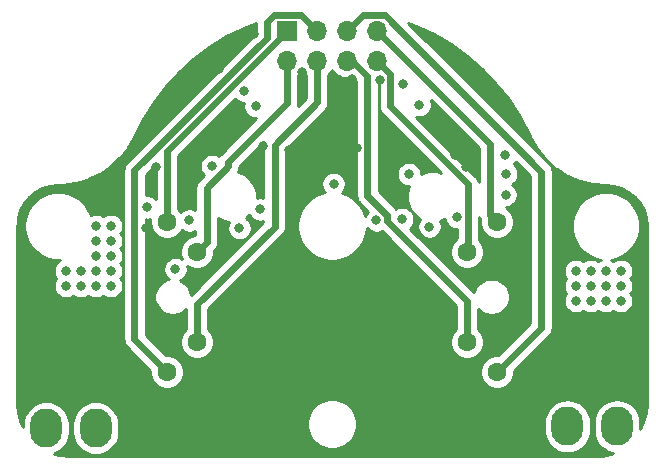
<source format=gbr>
%TF.GenerationSoftware,KiCad,Pcbnew,(5.1.9)-1*%
%TF.CreationDate,2021-11-07T13:18:06-07:00*%
%TF.ProjectId,dual_needle_gauge,6475616c-5f6e-4656-9564-6c655f676175,rev?*%
%TF.SameCoordinates,Original*%
%TF.FileFunction,Copper,L4,Bot*%
%TF.FilePolarity,Positive*%
%FSLAX46Y46*%
G04 Gerber Fmt 4.6, Leading zero omitted, Abs format (unit mm)*
G04 Created by KiCad (PCBNEW (5.1.9)-1) date 2021-11-07 13:18:06*
%MOMM*%
%LPD*%
G01*
G04 APERTURE LIST*
%TA.AperFunction,ComponentPad*%
%ADD10C,1.600000*%
%TD*%
%TA.AperFunction,ComponentPad*%
%ADD11O,2.700000X3.300000*%
%TD*%
%TA.AperFunction,ComponentPad*%
%ADD12O,1.700000X1.700000*%
%TD*%
%TA.AperFunction,ComponentPad*%
%ADD13R,1.700000X1.700000*%
%TD*%
%TA.AperFunction,ViaPad*%
%ADD14C,0.800000*%
%TD*%
%TA.AperFunction,Conductor*%
%ADD15C,0.609600*%
%TD*%
%TA.AperFunction,Conductor*%
%ADD16C,0.254000*%
%TD*%
%TA.AperFunction,Conductor*%
%ADD17C,0.100000*%
%TD*%
G04 APERTURE END LIST*
D10*
%TO.P,M1,8*%
%TO.N,/COIL8*%
X193630417Y-128559283D03*
%TO.P,M1,7*%
%TO.N,/COIL7*%
X193630417Y-120939283D03*
%TO.P,M1,6*%
%TO.N,/COIL6*%
X170770417Y-128559283D03*
%TO.P,M1,5*%
%TO.N,/COIL5*%
X170770417Y-120939283D03*
%TO.P,M1,4*%
%TO.N,/COIL4*%
X196170417Y-131099283D03*
%TO.P,M1,3*%
%TO.N,/COIL3*%
X196170417Y-118399283D03*
%TO.P,M1,2*%
%TO.N,/COIL2*%
X168230417Y-131099283D03*
%TO.P,M1,1*%
%TO.N,/COIL1*%
X168221841Y-118392866D03*
%TD*%
D11*
%TO.P,J3,4*%
%TO.N,/DOUT*%
X202121841Y-135709831D03*
%TO.P,J3,3*%
%TO.N,/LEDGND*%
X206321841Y-135709831D03*
%TO.P,J3,2*%
%TO.N,/LED+5V*%
X202121841Y-130209831D03*
%TO.P,J3,1*%
%TA.AperFunction,ComponentPad*%
G36*
G01*
X207671841Y-128809832D02*
X207671841Y-131609830D01*
G75*
G02*
X207421840Y-131859831I-250001J0D01*
G01*
X205221842Y-131859831D01*
G75*
G02*
X204971841Y-131609830I0J250001D01*
G01*
X204971841Y-128809832D01*
G75*
G02*
X205221842Y-128559831I250001J0D01*
G01*
X207421840Y-128559831D01*
G75*
G02*
X207671841Y-128809832I0J-250001D01*
G01*
G37*
%TD.AperFunction*%
%TD*%
%TO.P,J1,4*%
%TO.N,/DIN*%
X157989341Y-135863176D03*
%TO.P,J1,3*%
%TO.N,/LEDGND*%
X162189341Y-135863176D03*
%TO.P,J1,2*%
%TO.N,/LED+5V*%
X157989341Y-130363176D03*
%TO.P,J1,1*%
%TA.AperFunction,ComponentPad*%
G36*
G01*
X163539341Y-128963177D02*
X163539341Y-131763175D01*
G75*
G02*
X163289340Y-132013176I-250001J0D01*
G01*
X161089342Y-132013176D01*
G75*
G02*
X160839341Y-131763175I0J250001D01*
G01*
X160839341Y-128963177D01*
G75*
G02*
X161089342Y-128713176I250001J0D01*
G01*
X163289340Y-128713176D01*
G75*
G02*
X163539341Y-128963177I0J-250001D01*
G01*
G37*
%TD.AperFunction*%
%TD*%
D12*
%TO.P,J2,8*%
%TO.N,/COIL7*%
X186001841Y-104773176D03*
%TO.P,J2,7*%
%TO.N,/COIL3*%
X186001841Y-102233176D03*
%TO.P,J2,6*%
%TO.N,/COIL8*%
X183461841Y-104773176D03*
%TO.P,J2,5*%
%TO.N,/COIL4*%
X183461841Y-102233176D03*
%TO.P,J2,4*%
%TO.N,/COIL6*%
X180921841Y-104773176D03*
%TO.P,J2,3*%
%TO.N,/COIL2*%
X180921841Y-102233176D03*
%TO.P,J2,2*%
%TO.N,/COIL5*%
X178381841Y-104773176D03*
D13*
%TO.P,J2,1*%
%TO.N,/COIL1*%
X178381841Y-102233176D03*
%TD*%
D14*
%TO.N,/LED+5V*%
X179296841Y-113954676D03*
X186593596Y-112665021D03*
X187601436Y-112303671D03*
X193218386Y-112091321D03*
X192564336Y-112745371D03*
X172019141Y-122426176D03*
X174883946Y-122964971D03*
X179157496Y-122793521D03*
X181460452Y-123348065D03*
X184461736Y-122435471D03*
X186760296Y-122848821D03*
X189236085Y-122714020D03*
X190867251Y-124202866D03*
X195023133Y-122244084D03*
X182364246Y-106315271D03*
X186212346Y-106353371D03*
X183861536Y-106303171D03*
X176600436Y-122359271D03*
X178511698Y-112314119D03*
X179159398Y-112961819D03*
X166431141Y-118920976D03*
X167764641Y-109992876D03*
X175575141Y-102474476D03*
X176305036Y-111954671D03*
X167317031Y-113790176D03*
X184284231Y-112141472D03*
X193520534Y-113742774D03*
X193037641Y-104506476D03*
X179626441Y-105725676D03*
X172590641Y-105471676D03*
X184490186Y-130439521D03*
X182327996Y-130164021D03*
X179883386Y-130506321D03*
X176756841Y-130413876D03*
X178078351Y-131822866D03*
X186976796Y-130442821D03*
X188781865Y-130159200D03*
X171909992Y-111485264D03*
%TO.N,/LEDGND*%
X182318841Y-115174476D03*
X185951041Y-118273276D03*
X188122741Y-118171676D03*
X190434141Y-118806676D03*
X192783641Y-117993876D03*
X170088741Y-118273276D03*
X168933041Y-122400776D03*
X188706941Y-114348976D03*
X196885741Y-116114276D03*
X196936541Y-114336276D03*
X196834941Y-112774176D03*
X189583241Y-108506976D03*
X175714841Y-108595876D03*
X174698841Y-107287776D03*
X188160841Y-106767076D03*
X163459341Y-118743176D03*
X163459341Y-120013176D03*
X163459341Y-121283176D03*
X163459341Y-122553176D03*
X163459341Y-123823176D03*
X162189341Y-123823176D03*
X162189341Y-122553176D03*
X162189341Y-121283176D03*
X162189341Y-120013176D03*
X162189341Y-118743176D03*
X160919341Y-123823176D03*
X159649341Y-123823176D03*
X159649341Y-122553176D03*
X160919341Y-122553176D03*
X202829341Y-122553176D03*
X204099341Y-122553176D03*
X205369341Y-122553176D03*
X206639341Y-122553176D03*
X206639341Y-123823176D03*
X205369341Y-123823176D03*
X204099341Y-123823176D03*
X202829341Y-123823176D03*
X174355941Y-118933676D03*
X176108541Y-117346176D03*
X166532741Y-117168376D03*
X202829341Y-125093176D03*
X204099341Y-125093176D03*
X205369341Y-125093176D03*
X206639341Y-125093176D03*
X172034856Y-113683149D03*
%TD*%
D15*
%TO.N,/COIL4*%
X186652146Y-100878375D02*
X199921041Y-114147270D01*
X184816642Y-100878375D02*
X186652146Y-100878375D01*
X183461841Y-102233176D02*
X184816642Y-100878375D01*
X199921041Y-127348659D02*
X196170417Y-131099283D01*
X199921041Y-114147270D02*
X199921041Y-127348659D01*
%TO.N,/COIL3*%
X186001841Y-102233176D02*
X195552241Y-111783576D01*
X195552241Y-117781107D02*
X196170417Y-118399283D01*
X195552241Y-111783576D02*
X195552241Y-117781107D01*
%TO.N,/COIL2*%
X180921841Y-102233176D02*
X179539645Y-100850980D01*
X176705441Y-101471176D02*
X176705441Y-102797108D01*
X179539645Y-100850980D02*
X177409972Y-100850980D01*
X177409972Y-100850980D02*
X177293641Y-100882976D01*
X176705441Y-102797108D02*
X165465941Y-114036608D01*
X165465941Y-114036608D02*
X165465941Y-128334807D01*
X177293641Y-100882976D02*
X176705441Y-101471176D01*
X165465941Y-128334807D02*
X168230417Y-131099283D01*
%TO.N,/COIL1*%
X168221841Y-112425670D02*
X168221841Y-118392866D01*
X178381841Y-102265670D02*
X168221841Y-112425670D01*
X178381841Y-102233176D02*
X178381841Y-102265670D01*
%TO.N,/COIL5*%
X171570416Y-120139284D02*
X170770417Y-120939283D01*
X173393842Y-113691081D02*
X171570416Y-115514507D01*
X173393842Y-113360881D02*
X173393842Y-113691081D01*
X178381841Y-108372882D02*
X173393842Y-113360881D01*
X171570416Y-115514507D02*
X171570416Y-120139284D01*
X178381841Y-104773176D02*
X178381841Y-108372882D01*
%TO.N,/COIL6*%
X170770417Y-125376700D02*
X170770417Y-128559283D01*
X177327741Y-118819376D02*
X170770417Y-125376700D01*
X177327741Y-111885176D02*
X177327741Y-118819376D01*
X180921841Y-108291076D02*
X177327741Y-111885176D01*
X180921841Y-104773176D02*
X180921841Y-108291076D01*
%TO.N,/COIL7*%
X186001841Y-104773176D02*
X187119441Y-105890776D01*
X187119441Y-105890776D02*
X187119441Y-108621276D01*
X193688442Y-115190277D02*
X193688442Y-120881258D01*
X187119441Y-108621276D02*
X193688442Y-115190277D01*
X193688442Y-120881258D02*
X193630417Y-120939283D01*
%TO.N,/COIL8*%
X183461841Y-104773176D02*
X183880941Y-104773176D01*
X183880941Y-104773176D02*
X185189041Y-106081276D01*
X186855842Y-117838971D02*
X186855842Y-118352577D01*
X185189041Y-116172170D02*
X186855842Y-117838971D01*
X185189041Y-106081276D02*
X185189041Y-116172170D01*
X193630417Y-125127152D02*
X193630417Y-128559283D01*
X186855842Y-118352577D02*
X193630417Y-125127152D01*
%TD*%
D16*
%TO.N,/LED+5V*%
X175765642Y-102407829D02*
X164834056Y-113339417D01*
X164798187Y-113368854D01*
X164680745Y-113511957D01*
X164593478Y-113675223D01*
X164539739Y-113852376D01*
X164526141Y-113990442D01*
X164526141Y-113990451D01*
X164521595Y-114036608D01*
X164526141Y-114082765D01*
X164526142Y-128288640D01*
X164521595Y-128334807D01*
X164539740Y-128519040D01*
X164593479Y-128696193D01*
X164680745Y-128859458D01*
X164730981Y-128920669D01*
X164798188Y-129002561D01*
X164834051Y-129031993D01*
X166795417Y-130993360D01*
X166795417Y-131240618D01*
X166850564Y-131517857D01*
X166958737Y-131779010D01*
X167115780Y-132014042D01*
X167315658Y-132213920D01*
X167550690Y-132370963D01*
X167811843Y-132479136D01*
X168089082Y-132534283D01*
X168371752Y-132534283D01*
X168648991Y-132479136D01*
X168910144Y-132370963D01*
X169145176Y-132213920D01*
X169345054Y-132014042D01*
X169502097Y-131779010D01*
X169610270Y-131517857D01*
X169665417Y-131240618D01*
X169665417Y-130957948D01*
X169610270Y-130680709D01*
X169502097Y-130419556D01*
X169345054Y-130184524D01*
X169145176Y-129984646D01*
X168910144Y-129827603D01*
X168648991Y-129719430D01*
X168371752Y-129664283D01*
X168124494Y-129664283D01*
X166405741Y-127945531D01*
X166405741Y-118198391D01*
X166430802Y-118203376D01*
X166634680Y-118203376D01*
X166803083Y-118169879D01*
X166786841Y-118251531D01*
X166786841Y-118534201D01*
X166841988Y-118811440D01*
X166950161Y-119072593D01*
X167107204Y-119307625D01*
X167307082Y-119507503D01*
X167542114Y-119664546D01*
X167803267Y-119772719D01*
X168080506Y-119827866D01*
X168363176Y-119827866D01*
X168640415Y-119772719D01*
X168901568Y-119664546D01*
X169136600Y-119507503D01*
X169336478Y-119307625D01*
X169471462Y-119105607D01*
X169598485Y-119190481D01*
X169786843Y-119268502D01*
X169986802Y-119308276D01*
X170190680Y-119308276D01*
X170390639Y-119268502D01*
X170578997Y-119190481D01*
X170630617Y-119155990D01*
X170630617Y-119504283D01*
X170629082Y-119504283D01*
X170351843Y-119559430D01*
X170090690Y-119667603D01*
X169855658Y-119824646D01*
X169655780Y-120024524D01*
X169498737Y-120259556D01*
X169390564Y-120520709D01*
X169335417Y-120797948D01*
X169335417Y-121080618D01*
X169390564Y-121357857D01*
X169450037Y-121501438D01*
X169423297Y-121483571D01*
X169234939Y-121405550D01*
X169034980Y-121365776D01*
X168831102Y-121365776D01*
X168631143Y-121405550D01*
X168442785Y-121483571D01*
X168273267Y-121596839D01*
X168129104Y-121741002D01*
X168015836Y-121910520D01*
X167937815Y-122098878D01*
X167898041Y-122298837D01*
X167898041Y-122502715D01*
X167937815Y-122702674D01*
X168015836Y-122891032D01*
X168129104Y-123060550D01*
X168273267Y-123204713D01*
X168349776Y-123255834D01*
X168244098Y-123276855D01*
X167964746Y-123392567D01*
X167713336Y-123560554D01*
X167499529Y-123774361D01*
X167331542Y-124025771D01*
X167215830Y-124305123D01*
X167156841Y-124601682D01*
X167156841Y-124904050D01*
X167215830Y-125200609D01*
X167331542Y-125479961D01*
X167499529Y-125731371D01*
X167713336Y-125945178D01*
X167964746Y-126113165D01*
X168244098Y-126228877D01*
X168540657Y-126287866D01*
X168843025Y-126287866D01*
X169139584Y-126228877D01*
X169418936Y-126113165D01*
X169670346Y-125945178D01*
X169830617Y-125784907D01*
X169830618Y-127469686D01*
X169655780Y-127644524D01*
X169498737Y-127879556D01*
X169390564Y-128140709D01*
X169335417Y-128417948D01*
X169335417Y-128700618D01*
X169390564Y-128977857D01*
X169498737Y-129239010D01*
X169655780Y-129474042D01*
X169855658Y-129673920D01*
X170090690Y-129830963D01*
X170351843Y-129939136D01*
X170629082Y-129994283D01*
X170911752Y-129994283D01*
X171188991Y-129939136D01*
X171450144Y-129830963D01*
X171685176Y-129673920D01*
X171885054Y-129474042D01*
X172042097Y-129239010D01*
X172150270Y-128977857D01*
X172205417Y-128700618D01*
X172205417Y-128417948D01*
X172150270Y-128140709D01*
X172042097Y-127879556D01*
X171885054Y-127644524D01*
X171710217Y-127469687D01*
X171710217Y-125765976D01*
X177959637Y-119516558D01*
X177995495Y-119487130D01*
X178032450Y-119442101D01*
X178112937Y-119344027D01*
X178200204Y-119180762D01*
X178253943Y-119003609D01*
X178272088Y-118819376D01*
X178267541Y-118773209D01*
X178267541Y-112274452D01*
X181553731Y-108988263D01*
X181589595Y-108958830D01*
X181658660Y-108874674D01*
X181707037Y-108815728D01*
X181794304Y-108652462D01*
X181818141Y-108573882D01*
X181848043Y-108475309D01*
X181861641Y-108337243D01*
X181861641Y-108337233D01*
X181866187Y-108291076D01*
X181861641Y-108244919D01*
X181861641Y-105931216D01*
X181868473Y-105926651D01*
X182075316Y-105719808D01*
X182191841Y-105545416D01*
X182308366Y-105719808D01*
X182515209Y-105926651D01*
X182758430Y-106089166D01*
X183028683Y-106201108D01*
X183315581Y-106258176D01*
X183608101Y-106258176D01*
X183894999Y-106201108D01*
X183954960Y-106176272D01*
X184249241Y-106470554D01*
X184249242Y-116126003D01*
X184244695Y-116172170D01*
X184262840Y-116356403D01*
X184316579Y-116533556D01*
X184403845Y-116696821D01*
X184450089Y-116753168D01*
X184521288Y-116839924D01*
X184557151Y-116869356D01*
X185224200Y-117536406D01*
X185147104Y-117613502D01*
X185033836Y-117783020D01*
X185000387Y-117863772D01*
X184792804Y-117362622D01*
X184471604Y-116881913D01*
X184062794Y-116473103D01*
X183582085Y-116151903D01*
X183047949Y-115930657D01*
X183029951Y-115927077D01*
X183122778Y-115834250D01*
X183236046Y-115664732D01*
X183314067Y-115476374D01*
X183353841Y-115276415D01*
X183353841Y-115072537D01*
X183314067Y-114872578D01*
X183236046Y-114684220D01*
X183122778Y-114514702D01*
X182978615Y-114370539D01*
X182809097Y-114257271D01*
X182620739Y-114179250D01*
X182420780Y-114139476D01*
X182216902Y-114139476D01*
X182016943Y-114179250D01*
X181828585Y-114257271D01*
X181659067Y-114370539D01*
X181514904Y-114514702D01*
X181401636Y-114684220D01*
X181323615Y-114872578D01*
X181283841Y-115072537D01*
X181283841Y-115276415D01*
X181323615Y-115476374D01*
X181401636Y-115664732D01*
X181514904Y-115834250D01*
X181565589Y-115884935D01*
X181335733Y-115930657D01*
X180801597Y-116151903D01*
X180320888Y-116473103D01*
X179912078Y-116881913D01*
X179590878Y-117362622D01*
X179369632Y-117896758D01*
X179256841Y-118463794D01*
X179256841Y-119041938D01*
X179369632Y-119608974D01*
X179590878Y-120143110D01*
X179912078Y-120623819D01*
X180320888Y-121032629D01*
X180801597Y-121353829D01*
X181335733Y-121575075D01*
X181902769Y-121687866D01*
X182480913Y-121687866D01*
X183047949Y-121575075D01*
X183582085Y-121353829D01*
X184062794Y-121032629D01*
X184471604Y-120623819D01*
X184792804Y-120143110D01*
X185014050Y-119608974D01*
X185126841Y-119041938D01*
X185126841Y-118902724D01*
X185147104Y-118933050D01*
X185291267Y-119077213D01*
X185460785Y-119190481D01*
X185649143Y-119268502D01*
X185849102Y-119308276D01*
X186052980Y-119308276D01*
X186252939Y-119268502D01*
X186387114Y-119212925D01*
X192690617Y-125516430D01*
X192690618Y-127469686D01*
X192515780Y-127644524D01*
X192358737Y-127879556D01*
X192250564Y-128140709D01*
X192195417Y-128417948D01*
X192195417Y-128700618D01*
X192250564Y-128977857D01*
X192358737Y-129239010D01*
X192515780Y-129474042D01*
X192715658Y-129673920D01*
X192950690Y-129830963D01*
X193211843Y-129939136D01*
X193489082Y-129994283D01*
X193771752Y-129994283D01*
X194048991Y-129939136D01*
X194310144Y-129830963D01*
X194545176Y-129673920D01*
X194745054Y-129474042D01*
X194902097Y-129239010D01*
X195010270Y-128977857D01*
X195065417Y-128700618D01*
X195065417Y-128417948D01*
X195010270Y-128140709D01*
X194902097Y-127879556D01*
X194745054Y-127644524D01*
X194570217Y-127469687D01*
X194570217Y-125802059D01*
X194713336Y-125945178D01*
X194964746Y-126113165D01*
X195244098Y-126228877D01*
X195540657Y-126287866D01*
X195843025Y-126287866D01*
X196139584Y-126228877D01*
X196418936Y-126113165D01*
X196670346Y-125945178D01*
X196884153Y-125731371D01*
X197052140Y-125479961D01*
X197167852Y-125200609D01*
X197226841Y-124904050D01*
X197226841Y-124601682D01*
X197167852Y-124305123D01*
X197052140Y-124025771D01*
X196884153Y-123774361D01*
X196670346Y-123560554D01*
X196418936Y-123392567D01*
X196139584Y-123276855D01*
X195843025Y-123217866D01*
X195540657Y-123217866D01*
X195244098Y-123276855D01*
X194964746Y-123392567D01*
X194713336Y-123560554D01*
X194499529Y-123774361D01*
X194331542Y-124025771D01*
X194215830Y-124305123D01*
X194202829Y-124370486D01*
X188795235Y-118962893D01*
X188926678Y-118831450D01*
X189039946Y-118661932D01*
X189117967Y-118473574D01*
X189157741Y-118273615D01*
X189157741Y-118069737D01*
X189117967Y-117869778D01*
X189039946Y-117681420D01*
X188926678Y-117511902D01*
X188782515Y-117367739D01*
X188612997Y-117254471D01*
X188424639Y-117176450D01*
X188224680Y-117136676D01*
X188020802Y-117136676D01*
X187820843Y-117176450D01*
X187632485Y-117254471D01*
X187606287Y-117271976D01*
X187553026Y-117207077D01*
X187553024Y-117207075D01*
X187523596Y-117171217D01*
X187487738Y-117141789D01*
X186128841Y-115782894D01*
X186128841Y-106258176D01*
X186148101Y-106258176D01*
X186156160Y-106256573D01*
X186179641Y-106280054D01*
X186179642Y-108575109D01*
X186175095Y-108621276D01*
X186193240Y-108805509D01*
X186246979Y-108982662D01*
X186334245Y-109145927D01*
X186377311Y-109198402D01*
X186451688Y-109289030D01*
X186487551Y-109318462D01*
X191431612Y-114262524D01*
X191304597Y-114209913D01*
X190892120Y-114127866D01*
X190471562Y-114127866D01*
X190059085Y-114209913D01*
X189741941Y-114341278D01*
X189741941Y-114247037D01*
X189702167Y-114047078D01*
X189624146Y-113858720D01*
X189510878Y-113689202D01*
X189366715Y-113545039D01*
X189197197Y-113431771D01*
X189008839Y-113353750D01*
X188808880Y-113313976D01*
X188605002Y-113313976D01*
X188405043Y-113353750D01*
X188216685Y-113431771D01*
X188047167Y-113545039D01*
X187903004Y-113689202D01*
X187789736Y-113858720D01*
X187711715Y-114047078D01*
X187671941Y-114247037D01*
X187671941Y-114450915D01*
X187711715Y-114650874D01*
X187789736Y-114839232D01*
X187903004Y-115008750D01*
X188047167Y-115152913D01*
X188216685Y-115266181D01*
X188405043Y-115344202D01*
X188605002Y-115383976D01*
X188734982Y-115383976D01*
X188628888Y-115640110D01*
X188546841Y-116052587D01*
X188546841Y-116473145D01*
X188628888Y-116885622D01*
X188789829Y-117274168D01*
X189023478Y-117623849D01*
X189320858Y-117921229D01*
X189641579Y-118135527D01*
X189630204Y-118146902D01*
X189516936Y-118316420D01*
X189438915Y-118504778D01*
X189399141Y-118704737D01*
X189399141Y-118908615D01*
X189438915Y-119108574D01*
X189516936Y-119296932D01*
X189630204Y-119466450D01*
X189774367Y-119610613D01*
X189943885Y-119723881D01*
X190132243Y-119801902D01*
X190332202Y-119841676D01*
X190536080Y-119841676D01*
X190736039Y-119801902D01*
X190924397Y-119723881D01*
X191093915Y-119610613D01*
X191238078Y-119466450D01*
X191351346Y-119296932D01*
X191429367Y-119108574D01*
X191469141Y-118908615D01*
X191469141Y-118704737D01*
X191429367Y-118504778D01*
X191351346Y-118316420D01*
X191340898Y-118300783D01*
X191693143Y-118154878D01*
X191752500Y-118115217D01*
X191788415Y-118295774D01*
X191866436Y-118484132D01*
X191979704Y-118653650D01*
X192123867Y-118797813D01*
X192293385Y-118911081D01*
X192481743Y-118989102D01*
X192681702Y-119028876D01*
X192748643Y-119028876D01*
X192748643Y-119802606D01*
X192715658Y-119824646D01*
X192515780Y-120024524D01*
X192358737Y-120259556D01*
X192250564Y-120520709D01*
X192195417Y-120797948D01*
X192195417Y-121080618D01*
X192250564Y-121357857D01*
X192358737Y-121619010D01*
X192515780Y-121854042D01*
X192715658Y-122053920D01*
X192950690Y-122210963D01*
X193211843Y-122319136D01*
X193489082Y-122374283D01*
X193771752Y-122374283D01*
X194048991Y-122319136D01*
X194310144Y-122210963D01*
X194545176Y-122053920D01*
X194745054Y-121854042D01*
X194902097Y-121619010D01*
X195010270Y-121357857D01*
X195065417Y-121080618D01*
X195065417Y-120797948D01*
X195010270Y-120520709D01*
X194902097Y-120259556D01*
X194745054Y-120024524D01*
X194628242Y-119907712D01*
X194628242Y-117972599D01*
X194679779Y-118142493D01*
X194737064Y-118249667D01*
X194735417Y-118257948D01*
X194735417Y-118540618D01*
X194790564Y-118817857D01*
X194898737Y-119079010D01*
X195055780Y-119314042D01*
X195255658Y-119513920D01*
X195490690Y-119670963D01*
X195751843Y-119779136D01*
X196029082Y-119834283D01*
X196311752Y-119834283D01*
X196588991Y-119779136D01*
X196850144Y-119670963D01*
X197085176Y-119513920D01*
X197285054Y-119314042D01*
X197442097Y-119079010D01*
X197550270Y-118817857D01*
X197605417Y-118540618D01*
X197605417Y-118257948D01*
X197550270Y-117980709D01*
X197442097Y-117719556D01*
X197285054Y-117484524D01*
X197085176Y-117284646D01*
X196882580Y-117149276D01*
X196987680Y-117149276D01*
X197187639Y-117109502D01*
X197375997Y-117031481D01*
X197545515Y-116918213D01*
X197689678Y-116774050D01*
X197802946Y-116604532D01*
X197880967Y-116416174D01*
X197920741Y-116216215D01*
X197920741Y-116012337D01*
X197880967Y-115812378D01*
X197802946Y-115624020D01*
X197689678Y-115454502D01*
X197545515Y-115310339D01*
X197443609Y-115242248D01*
X197596315Y-115140213D01*
X197740478Y-114996050D01*
X197853746Y-114826532D01*
X197931767Y-114638174D01*
X197971541Y-114438215D01*
X197971541Y-114234337D01*
X197931767Y-114034378D01*
X197853746Y-113846020D01*
X197740478Y-113676502D01*
X197596315Y-113532339D01*
X197562850Y-113509978D01*
X197638878Y-113433950D01*
X197734914Y-113290221D01*
X198981241Y-114536548D01*
X198981242Y-126959380D01*
X196276341Y-129664283D01*
X196029082Y-129664283D01*
X195751843Y-129719430D01*
X195490690Y-129827603D01*
X195255658Y-129984646D01*
X195055780Y-130184524D01*
X194898737Y-130419556D01*
X194790564Y-130680709D01*
X194735417Y-130957948D01*
X194735417Y-131240618D01*
X194790564Y-131517857D01*
X194898737Y-131779010D01*
X195055780Y-132014042D01*
X195255658Y-132213920D01*
X195490690Y-132370963D01*
X195751843Y-132479136D01*
X196029082Y-132534283D01*
X196311752Y-132534283D01*
X196588991Y-132479136D01*
X196850144Y-132370963D01*
X197085176Y-132213920D01*
X197285054Y-132014042D01*
X197442097Y-131779010D01*
X197550270Y-131517857D01*
X197605417Y-131240618D01*
X197605417Y-130993359D01*
X200552937Y-128045841D01*
X200588795Y-128016413D01*
X200706237Y-127873310D01*
X200793504Y-127710045D01*
X200847243Y-127532892D01*
X200860841Y-127394826D01*
X200860841Y-127394817D01*
X200865387Y-127348660D01*
X200860841Y-127302503D01*
X200860841Y-122451237D01*
X201794341Y-122451237D01*
X201794341Y-122655115D01*
X201834115Y-122855074D01*
X201912136Y-123043432D01*
X202008851Y-123188176D01*
X201912136Y-123332920D01*
X201834115Y-123521278D01*
X201794341Y-123721237D01*
X201794341Y-123925115D01*
X201834115Y-124125074D01*
X201912136Y-124313432D01*
X202008851Y-124458176D01*
X201912136Y-124602920D01*
X201834115Y-124791278D01*
X201794341Y-124991237D01*
X201794341Y-125195115D01*
X201834115Y-125395074D01*
X201912136Y-125583432D01*
X202025404Y-125752950D01*
X202169567Y-125897113D01*
X202339085Y-126010381D01*
X202527443Y-126088402D01*
X202727402Y-126128176D01*
X202931280Y-126128176D01*
X203131239Y-126088402D01*
X203319597Y-126010381D01*
X203464341Y-125913666D01*
X203609085Y-126010381D01*
X203797443Y-126088402D01*
X203997402Y-126128176D01*
X204201280Y-126128176D01*
X204401239Y-126088402D01*
X204589597Y-126010381D01*
X204734341Y-125913666D01*
X204879085Y-126010381D01*
X205067443Y-126088402D01*
X205267402Y-126128176D01*
X205471280Y-126128176D01*
X205671239Y-126088402D01*
X205859597Y-126010381D01*
X206004341Y-125913666D01*
X206149085Y-126010381D01*
X206337443Y-126088402D01*
X206537402Y-126128176D01*
X206741280Y-126128176D01*
X206941239Y-126088402D01*
X207129597Y-126010381D01*
X207299115Y-125897113D01*
X207443278Y-125752950D01*
X207556546Y-125583432D01*
X207634567Y-125395074D01*
X207674341Y-125195115D01*
X207674341Y-124991237D01*
X207634567Y-124791278D01*
X207556546Y-124602920D01*
X207459831Y-124458176D01*
X207556546Y-124313432D01*
X207634567Y-124125074D01*
X207674341Y-123925115D01*
X207674341Y-123721237D01*
X207634567Y-123521278D01*
X207556546Y-123332920D01*
X207459831Y-123188176D01*
X207556546Y-123043432D01*
X207634567Y-122855074D01*
X207674341Y-122655115D01*
X207674341Y-122451237D01*
X207634567Y-122251278D01*
X207556546Y-122062920D01*
X207443278Y-121893402D01*
X207299115Y-121749239D01*
X207129597Y-121635971D01*
X206941239Y-121557950D01*
X206741280Y-121518176D01*
X206537402Y-121518176D01*
X206337443Y-121557950D01*
X206149085Y-121635971D01*
X206004341Y-121732686D01*
X205859597Y-121635971D01*
X205780018Y-121603008D01*
X206210864Y-121517307D01*
X206735901Y-121299830D01*
X207208421Y-120984102D01*
X207610267Y-120582256D01*
X207925995Y-120109736D01*
X208143472Y-119584699D01*
X208254341Y-119027324D01*
X208254341Y-118459028D01*
X208143472Y-117901653D01*
X207925995Y-117376616D01*
X207610267Y-116904096D01*
X207208421Y-116502250D01*
X206735901Y-116186522D01*
X206210864Y-115969045D01*
X205653489Y-115858176D01*
X205085193Y-115858176D01*
X204527818Y-115969045D01*
X204002781Y-116186522D01*
X203530261Y-116502250D01*
X203128415Y-116904096D01*
X202812687Y-117376616D01*
X202595210Y-117901653D01*
X202484341Y-118459028D01*
X202484341Y-119027324D01*
X202595210Y-119584699D01*
X202812687Y-120109736D01*
X203128415Y-120582256D01*
X203530261Y-120984102D01*
X204002781Y-121299830D01*
X204527818Y-121517307D01*
X204958664Y-121603008D01*
X204879085Y-121635971D01*
X204734341Y-121732686D01*
X204589597Y-121635971D01*
X204401239Y-121557950D01*
X204201280Y-121518176D01*
X203997402Y-121518176D01*
X203797443Y-121557950D01*
X203609085Y-121635971D01*
X203464341Y-121732686D01*
X203319597Y-121635971D01*
X203131239Y-121557950D01*
X202931280Y-121518176D01*
X202727402Y-121518176D01*
X202527443Y-121557950D01*
X202339085Y-121635971D01*
X202169567Y-121749239D01*
X202025404Y-121893402D01*
X201912136Y-122062920D01*
X201834115Y-122251278D01*
X201794341Y-122451237D01*
X200860841Y-122451237D01*
X200860841Y-114193426D01*
X200865387Y-114147269D01*
X200860841Y-114101112D01*
X200860841Y-114101103D01*
X200847243Y-113963037D01*
X200793504Y-113785884D01*
X200706237Y-113622619D01*
X200646655Y-113550018D01*
X200618224Y-113515375D01*
X200618223Y-113515374D01*
X200588795Y-113479516D01*
X200552937Y-113450088D01*
X188646356Y-101543509D01*
X189302983Y-101784441D01*
X190810727Y-102498736D01*
X192247539Y-103346749D01*
X193601574Y-104321490D01*
X194861686Y-105414932D01*
X196017514Y-106618085D01*
X197059543Y-107921046D01*
X197979190Y-109313083D01*
X198774231Y-110792682D01*
X198947451Y-111164047D01*
X198949719Y-111168385D01*
X198950683Y-111170874D01*
X199075461Y-111430583D01*
X199092246Y-111459466D01*
X199107390Y-111489237D01*
X199627460Y-112339179D01*
X199677103Y-112407602D01*
X199688279Y-112423006D01*
X200334906Y-113181127D01*
X200399650Y-113245957D01*
X200408089Y-113254407D01*
X201165351Y-113902040D01*
X201249098Y-113962971D01*
X202098348Y-114484167D01*
X202127643Y-114499118D01*
X202190596Y-114531247D01*
X203110925Y-114913175D01*
X203158218Y-114928576D01*
X203209400Y-114945244D01*
X204178144Y-115178499D01*
X204275842Y-115194039D01*
X204280425Y-115194768D01*
X205267518Y-115273113D01*
X205293517Y-115275674D01*
X205337040Y-115275675D01*
X206042234Y-115344820D01*
X206689498Y-115540240D01*
X207286474Y-115857658D01*
X207810429Y-116284985D01*
X208241404Y-116805944D01*
X208562981Y-117400688D01*
X208762916Y-118046574D01*
X208836840Y-118749907D01*
X208836841Y-133800428D01*
X208764403Y-134612080D01*
X208557168Y-135369605D01*
X208306841Y-135894425D01*
X208306841Y-135312322D01*
X208278119Y-135020704D01*
X208164615Y-134646529D01*
X207980294Y-134301688D01*
X207732239Y-133999433D01*
X207429984Y-133751378D01*
X207085143Y-133567057D01*
X206710969Y-133453553D01*
X206321841Y-133415227D01*
X205932714Y-133453553D01*
X205558540Y-133567057D01*
X205213699Y-133751378D01*
X204911444Y-133999433D01*
X204663388Y-134301688D01*
X204479067Y-134646529D01*
X204365563Y-135020703D01*
X204336841Y-135312321D01*
X204336841Y-136107340D01*
X204365563Y-136398958D01*
X204479067Y-136773132D01*
X204663388Y-137117974D01*
X204911443Y-137420229D01*
X205213698Y-137668284D01*
X205558539Y-137852605D01*
X205932713Y-137966109D01*
X205939118Y-137966740D01*
X205825803Y-138016482D01*
X205057072Y-138201037D01*
X204392632Y-138249831D01*
X159996234Y-138249831D01*
X159184593Y-138177394D01*
X158660296Y-138033963D01*
X158752642Y-138005950D01*
X159097484Y-137821629D01*
X159399739Y-137573574D01*
X159647794Y-137271319D01*
X159832115Y-136926478D01*
X159945619Y-136552304D01*
X159974341Y-136260686D01*
X159974341Y-135465667D01*
X159974341Y-135465666D01*
X160204341Y-135465666D01*
X160204341Y-136260685D01*
X160233063Y-136552303D01*
X160346567Y-136926477D01*
X160530888Y-137271319D01*
X160778943Y-137573574D01*
X161081198Y-137821629D01*
X161426039Y-138005950D01*
X161800213Y-138119454D01*
X162189341Y-138157780D01*
X162578468Y-138119454D01*
X162952642Y-138005950D01*
X163297484Y-137821629D01*
X163599739Y-137573574D01*
X163847794Y-137271319D01*
X164032115Y-136926478D01*
X164145619Y-136552304D01*
X164174341Y-136260686D01*
X164174341Y-135465667D01*
X164157295Y-135292587D01*
X180056841Y-135292587D01*
X180056841Y-135713145D01*
X180138888Y-136125622D01*
X180299829Y-136514168D01*
X180533478Y-136863849D01*
X180830858Y-137161229D01*
X181180539Y-137394878D01*
X181569085Y-137555819D01*
X181981562Y-137637866D01*
X182402120Y-137637866D01*
X182814597Y-137555819D01*
X183203143Y-137394878D01*
X183552824Y-137161229D01*
X183850204Y-136863849D01*
X184083853Y-136514168D01*
X184244794Y-136125622D01*
X184326841Y-135713145D01*
X184326841Y-135312321D01*
X200136841Y-135312321D01*
X200136841Y-136107340D01*
X200165563Y-136398958D01*
X200279067Y-136773132D01*
X200463388Y-137117974D01*
X200711443Y-137420229D01*
X201013698Y-137668284D01*
X201358539Y-137852605D01*
X201732713Y-137966109D01*
X202121841Y-138004435D01*
X202510968Y-137966109D01*
X202885142Y-137852605D01*
X203229984Y-137668284D01*
X203532239Y-137420229D01*
X203780294Y-137117974D01*
X203964615Y-136773133D01*
X204078119Y-136398959D01*
X204106841Y-136107341D01*
X204106841Y-135312322D01*
X204078119Y-135020704D01*
X203964615Y-134646529D01*
X203780294Y-134301688D01*
X203532239Y-133999433D01*
X203229984Y-133751378D01*
X202885143Y-133567057D01*
X202510969Y-133453553D01*
X202121841Y-133415227D01*
X201732714Y-133453553D01*
X201358540Y-133567057D01*
X201013699Y-133751378D01*
X200711444Y-133999433D01*
X200463388Y-134301688D01*
X200279067Y-134646529D01*
X200165563Y-135020703D01*
X200136841Y-135312321D01*
X184326841Y-135312321D01*
X184326841Y-135292587D01*
X184244794Y-134880110D01*
X184083853Y-134491564D01*
X183850204Y-134141883D01*
X183552824Y-133844503D01*
X183203143Y-133610854D01*
X182814597Y-133449913D01*
X182402120Y-133367866D01*
X181981562Y-133367866D01*
X181569085Y-133449913D01*
X181180539Y-133610854D01*
X180830858Y-133844503D01*
X180533478Y-134141883D01*
X180299829Y-134491564D01*
X180138888Y-134880110D01*
X180056841Y-135292587D01*
X164157295Y-135292587D01*
X164145619Y-135174049D01*
X164032115Y-134799874D01*
X163847794Y-134455033D01*
X163599739Y-134152778D01*
X163297484Y-133904723D01*
X162952643Y-133720402D01*
X162578469Y-133606898D01*
X162189341Y-133568572D01*
X161800214Y-133606898D01*
X161426040Y-133720402D01*
X161081199Y-133904723D01*
X160778944Y-134152778D01*
X160530888Y-134455033D01*
X160346567Y-134799874D01*
X160233063Y-135174048D01*
X160204341Y-135465666D01*
X159974341Y-135465666D01*
X159945619Y-135174049D01*
X159832115Y-134799874D01*
X159647794Y-134455033D01*
X159399739Y-134152778D01*
X159097484Y-133904723D01*
X158752643Y-133720402D01*
X158378469Y-133606898D01*
X157989341Y-133568572D01*
X157600214Y-133606898D01*
X157226040Y-133720402D01*
X156881199Y-133904723D01*
X156578944Y-134152778D01*
X156330888Y-134455033D01*
X156146567Y-134799874D01*
X156033063Y-135174048D01*
X156004341Y-135465666D01*
X156004341Y-135749422D01*
X155780191Y-135238794D01*
X155595636Y-134470063D01*
X155546842Y-133805623D01*
X155546842Y-118775445D01*
X155577867Y-118459028D01*
X156129341Y-118459028D01*
X156129341Y-119027324D01*
X156240210Y-119584699D01*
X156457687Y-120109736D01*
X156773415Y-120582256D01*
X157175261Y-120984102D01*
X157647781Y-121299830D01*
X158172818Y-121517307D01*
X158730193Y-121628176D01*
X159177904Y-121628176D01*
X159159085Y-121635971D01*
X158989567Y-121749239D01*
X158845404Y-121893402D01*
X158732136Y-122062920D01*
X158654115Y-122251278D01*
X158614341Y-122451237D01*
X158614341Y-122655115D01*
X158654115Y-122855074D01*
X158732136Y-123043432D01*
X158828851Y-123188176D01*
X158732136Y-123332920D01*
X158654115Y-123521278D01*
X158614341Y-123721237D01*
X158614341Y-123925115D01*
X158654115Y-124125074D01*
X158732136Y-124313432D01*
X158845404Y-124482950D01*
X158989567Y-124627113D01*
X159159085Y-124740381D01*
X159347443Y-124818402D01*
X159547402Y-124858176D01*
X159751280Y-124858176D01*
X159951239Y-124818402D01*
X160139597Y-124740381D01*
X160284341Y-124643666D01*
X160429085Y-124740381D01*
X160617443Y-124818402D01*
X160817402Y-124858176D01*
X161021280Y-124858176D01*
X161221239Y-124818402D01*
X161409597Y-124740381D01*
X161554341Y-124643666D01*
X161699085Y-124740381D01*
X161887443Y-124818402D01*
X162087402Y-124858176D01*
X162291280Y-124858176D01*
X162491239Y-124818402D01*
X162679597Y-124740381D01*
X162824341Y-124643666D01*
X162969085Y-124740381D01*
X163157443Y-124818402D01*
X163357402Y-124858176D01*
X163561280Y-124858176D01*
X163761239Y-124818402D01*
X163949597Y-124740381D01*
X164119115Y-124627113D01*
X164263278Y-124482950D01*
X164376546Y-124313432D01*
X164454567Y-124125074D01*
X164494341Y-123925115D01*
X164494341Y-123721237D01*
X164454567Y-123521278D01*
X164376546Y-123332920D01*
X164279831Y-123188176D01*
X164376546Y-123043432D01*
X164454567Y-122855074D01*
X164494341Y-122655115D01*
X164494341Y-122451237D01*
X164454567Y-122251278D01*
X164376546Y-122062920D01*
X164279831Y-121918176D01*
X164376546Y-121773432D01*
X164454567Y-121585074D01*
X164494341Y-121385115D01*
X164494341Y-121181237D01*
X164454567Y-120981278D01*
X164376546Y-120792920D01*
X164279831Y-120648176D01*
X164376546Y-120503432D01*
X164454567Y-120315074D01*
X164494341Y-120115115D01*
X164494341Y-119911237D01*
X164454567Y-119711278D01*
X164376546Y-119522920D01*
X164279831Y-119378176D01*
X164376546Y-119233432D01*
X164454567Y-119045074D01*
X164494341Y-118845115D01*
X164494341Y-118641237D01*
X164454567Y-118441278D01*
X164376546Y-118252920D01*
X164263278Y-118083402D01*
X164119115Y-117939239D01*
X163949597Y-117825971D01*
X163761239Y-117747950D01*
X163561280Y-117708176D01*
X163357402Y-117708176D01*
X163157443Y-117747950D01*
X162969085Y-117825971D01*
X162824341Y-117922686D01*
X162679597Y-117825971D01*
X162491239Y-117747950D01*
X162291280Y-117708176D01*
X162087402Y-117708176D01*
X161887443Y-117747950D01*
X161748624Y-117805451D01*
X161570995Y-117376616D01*
X161255267Y-116904096D01*
X160853421Y-116502250D01*
X160380901Y-116186522D01*
X159855864Y-115969045D01*
X159298489Y-115858176D01*
X158730193Y-115858176D01*
X158172818Y-115969045D01*
X157647781Y-116186522D01*
X157175261Y-116502250D01*
X156773415Y-116904096D01*
X156457687Y-117376616D01*
X156240210Y-117901653D01*
X156129341Y-118459028D01*
X155577867Y-118459028D01*
X155615984Y-118070283D01*
X155811403Y-117423021D01*
X156128824Y-116826040D01*
X156556151Y-116302087D01*
X157077108Y-115871112D01*
X157671854Y-115549535D01*
X158317739Y-115349600D01*
X159021063Y-115275677D01*
X159085937Y-115275677D01*
X159093403Y-115274942D01*
X159356547Y-115268970D01*
X159389780Y-115265594D01*
X159423150Y-115264079D01*
X160411940Y-115140919D01*
X160513391Y-115120094D01*
X161470740Y-114843769D01*
X161507178Y-114830073D01*
X161567683Y-114807331D01*
X162470020Y-114384646D01*
X162560071Y-114333490D01*
X163385176Y-113774852D01*
X163466115Y-113710239D01*
X164193671Y-113029404D01*
X164263506Y-112952925D01*
X164263507Y-112952923D01*
X164875598Y-112166659D01*
X164913190Y-112109647D01*
X164932610Y-112080196D01*
X165414167Y-111207856D01*
X165415557Y-111204791D01*
X165424691Y-111188003D01*
X166194391Y-109674071D01*
X167082184Y-108261510D01*
X168094353Y-106935217D01*
X169222554Y-105706127D01*
X170457511Y-104584343D01*
X171789064Y-103579098D01*
X173206239Y-102698676D01*
X174697365Y-101950323D01*
X175765641Y-101530580D01*
X175765642Y-102407829D01*
%TA.AperFunction,Conductor*%
D17*
G36*
X175765642Y-102407829D02*
G01*
X164834056Y-113339417D01*
X164798187Y-113368854D01*
X164680745Y-113511957D01*
X164593478Y-113675223D01*
X164539739Y-113852376D01*
X164526141Y-113990442D01*
X164526141Y-113990451D01*
X164521595Y-114036608D01*
X164526141Y-114082765D01*
X164526142Y-128288640D01*
X164521595Y-128334807D01*
X164539740Y-128519040D01*
X164593479Y-128696193D01*
X164680745Y-128859458D01*
X164730981Y-128920669D01*
X164798188Y-129002561D01*
X164834051Y-129031993D01*
X166795417Y-130993360D01*
X166795417Y-131240618D01*
X166850564Y-131517857D01*
X166958737Y-131779010D01*
X167115780Y-132014042D01*
X167315658Y-132213920D01*
X167550690Y-132370963D01*
X167811843Y-132479136D01*
X168089082Y-132534283D01*
X168371752Y-132534283D01*
X168648991Y-132479136D01*
X168910144Y-132370963D01*
X169145176Y-132213920D01*
X169345054Y-132014042D01*
X169502097Y-131779010D01*
X169610270Y-131517857D01*
X169665417Y-131240618D01*
X169665417Y-130957948D01*
X169610270Y-130680709D01*
X169502097Y-130419556D01*
X169345054Y-130184524D01*
X169145176Y-129984646D01*
X168910144Y-129827603D01*
X168648991Y-129719430D01*
X168371752Y-129664283D01*
X168124494Y-129664283D01*
X166405741Y-127945531D01*
X166405741Y-118198391D01*
X166430802Y-118203376D01*
X166634680Y-118203376D01*
X166803083Y-118169879D01*
X166786841Y-118251531D01*
X166786841Y-118534201D01*
X166841988Y-118811440D01*
X166950161Y-119072593D01*
X167107204Y-119307625D01*
X167307082Y-119507503D01*
X167542114Y-119664546D01*
X167803267Y-119772719D01*
X168080506Y-119827866D01*
X168363176Y-119827866D01*
X168640415Y-119772719D01*
X168901568Y-119664546D01*
X169136600Y-119507503D01*
X169336478Y-119307625D01*
X169471462Y-119105607D01*
X169598485Y-119190481D01*
X169786843Y-119268502D01*
X169986802Y-119308276D01*
X170190680Y-119308276D01*
X170390639Y-119268502D01*
X170578997Y-119190481D01*
X170630617Y-119155990D01*
X170630617Y-119504283D01*
X170629082Y-119504283D01*
X170351843Y-119559430D01*
X170090690Y-119667603D01*
X169855658Y-119824646D01*
X169655780Y-120024524D01*
X169498737Y-120259556D01*
X169390564Y-120520709D01*
X169335417Y-120797948D01*
X169335417Y-121080618D01*
X169390564Y-121357857D01*
X169450037Y-121501438D01*
X169423297Y-121483571D01*
X169234939Y-121405550D01*
X169034980Y-121365776D01*
X168831102Y-121365776D01*
X168631143Y-121405550D01*
X168442785Y-121483571D01*
X168273267Y-121596839D01*
X168129104Y-121741002D01*
X168015836Y-121910520D01*
X167937815Y-122098878D01*
X167898041Y-122298837D01*
X167898041Y-122502715D01*
X167937815Y-122702674D01*
X168015836Y-122891032D01*
X168129104Y-123060550D01*
X168273267Y-123204713D01*
X168349776Y-123255834D01*
X168244098Y-123276855D01*
X167964746Y-123392567D01*
X167713336Y-123560554D01*
X167499529Y-123774361D01*
X167331542Y-124025771D01*
X167215830Y-124305123D01*
X167156841Y-124601682D01*
X167156841Y-124904050D01*
X167215830Y-125200609D01*
X167331542Y-125479961D01*
X167499529Y-125731371D01*
X167713336Y-125945178D01*
X167964746Y-126113165D01*
X168244098Y-126228877D01*
X168540657Y-126287866D01*
X168843025Y-126287866D01*
X169139584Y-126228877D01*
X169418936Y-126113165D01*
X169670346Y-125945178D01*
X169830617Y-125784907D01*
X169830618Y-127469686D01*
X169655780Y-127644524D01*
X169498737Y-127879556D01*
X169390564Y-128140709D01*
X169335417Y-128417948D01*
X169335417Y-128700618D01*
X169390564Y-128977857D01*
X169498737Y-129239010D01*
X169655780Y-129474042D01*
X169855658Y-129673920D01*
X170090690Y-129830963D01*
X170351843Y-129939136D01*
X170629082Y-129994283D01*
X170911752Y-129994283D01*
X171188991Y-129939136D01*
X171450144Y-129830963D01*
X171685176Y-129673920D01*
X171885054Y-129474042D01*
X172042097Y-129239010D01*
X172150270Y-128977857D01*
X172205417Y-128700618D01*
X172205417Y-128417948D01*
X172150270Y-128140709D01*
X172042097Y-127879556D01*
X171885054Y-127644524D01*
X171710217Y-127469687D01*
X171710217Y-125765976D01*
X177959637Y-119516558D01*
X177995495Y-119487130D01*
X178032450Y-119442101D01*
X178112937Y-119344027D01*
X178200204Y-119180762D01*
X178253943Y-119003609D01*
X178272088Y-118819376D01*
X178267541Y-118773209D01*
X178267541Y-112274452D01*
X181553731Y-108988263D01*
X181589595Y-108958830D01*
X181658660Y-108874674D01*
X181707037Y-108815728D01*
X181794304Y-108652462D01*
X181818141Y-108573882D01*
X181848043Y-108475309D01*
X181861641Y-108337243D01*
X181861641Y-108337233D01*
X181866187Y-108291076D01*
X181861641Y-108244919D01*
X181861641Y-105931216D01*
X181868473Y-105926651D01*
X182075316Y-105719808D01*
X182191841Y-105545416D01*
X182308366Y-105719808D01*
X182515209Y-105926651D01*
X182758430Y-106089166D01*
X183028683Y-106201108D01*
X183315581Y-106258176D01*
X183608101Y-106258176D01*
X183894999Y-106201108D01*
X183954960Y-106176272D01*
X184249241Y-106470554D01*
X184249242Y-116126003D01*
X184244695Y-116172170D01*
X184262840Y-116356403D01*
X184316579Y-116533556D01*
X184403845Y-116696821D01*
X184450089Y-116753168D01*
X184521288Y-116839924D01*
X184557151Y-116869356D01*
X185224200Y-117536406D01*
X185147104Y-117613502D01*
X185033836Y-117783020D01*
X185000387Y-117863772D01*
X184792804Y-117362622D01*
X184471604Y-116881913D01*
X184062794Y-116473103D01*
X183582085Y-116151903D01*
X183047949Y-115930657D01*
X183029951Y-115927077D01*
X183122778Y-115834250D01*
X183236046Y-115664732D01*
X183314067Y-115476374D01*
X183353841Y-115276415D01*
X183353841Y-115072537D01*
X183314067Y-114872578D01*
X183236046Y-114684220D01*
X183122778Y-114514702D01*
X182978615Y-114370539D01*
X182809097Y-114257271D01*
X182620739Y-114179250D01*
X182420780Y-114139476D01*
X182216902Y-114139476D01*
X182016943Y-114179250D01*
X181828585Y-114257271D01*
X181659067Y-114370539D01*
X181514904Y-114514702D01*
X181401636Y-114684220D01*
X181323615Y-114872578D01*
X181283841Y-115072537D01*
X181283841Y-115276415D01*
X181323615Y-115476374D01*
X181401636Y-115664732D01*
X181514904Y-115834250D01*
X181565589Y-115884935D01*
X181335733Y-115930657D01*
X180801597Y-116151903D01*
X180320888Y-116473103D01*
X179912078Y-116881913D01*
X179590878Y-117362622D01*
X179369632Y-117896758D01*
X179256841Y-118463794D01*
X179256841Y-119041938D01*
X179369632Y-119608974D01*
X179590878Y-120143110D01*
X179912078Y-120623819D01*
X180320888Y-121032629D01*
X180801597Y-121353829D01*
X181335733Y-121575075D01*
X181902769Y-121687866D01*
X182480913Y-121687866D01*
X183047949Y-121575075D01*
X183582085Y-121353829D01*
X184062794Y-121032629D01*
X184471604Y-120623819D01*
X184792804Y-120143110D01*
X185014050Y-119608974D01*
X185126841Y-119041938D01*
X185126841Y-118902724D01*
X185147104Y-118933050D01*
X185291267Y-119077213D01*
X185460785Y-119190481D01*
X185649143Y-119268502D01*
X185849102Y-119308276D01*
X186052980Y-119308276D01*
X186252939Y-119268502D01*
X186387114Y-119212925D01*
X192690617Y-125516430D01*
X192690618Y-127469686D01*
X192515780Y-127644524D01*
X192358737Y-127879556D01*
X192250564Y-128140709D01*
X192195417Y-128417948D01*
X192195417Y-128700618D01*
X192250564Y-128977857D01*
X192358737Y-129239010D01*
X192515780Y-129474042D01*
X192715658Y-129673920D01*
X192950690Y-129830963D01*
X193211843Y-129939136D01*
X193489082Y-129994283D01*
X193771752Y-129994283D01*
X194048991Y-129939136D01*
X194310144Y-129830963D01*
X194545176Y-129673920D01*
X194745054Y-129474042D01*
X194902097Y-129239010D01*
X195010270Y-128977857D01*
X195065417Y-128700618D01*
X195065417Y-128417948D01*
X195010270Y-128140709D01*
X194902097Y-127879556D01*
X194745054Y-127644524D01*
X194570217Y-127469687D01*
X194570217Y-125802059D01*
X194713336Y-125945178D01*
X194964746Y-126113165D01*
X195244098Y-126228877D01*
X195540657Y-126287866D01*
X195843025Y-126287866D01*
X196139584Y-126228877D01*
X196418936Y-126113165D01*
X196670346Y-125945178D01*
X196884153Y-125731371D01*
X197052140Y-125479961D01*
X197167852Y-125200609D01*
X197226841Y-124904050D01*
X197226841Y-124601682D01*
X197167852Y-124305123D01*
X197052140Y-124025771D01*
X196884153Y-123774361D01*
X196670346Y-123560554D01*
X196418936Y-123392567D01*
X196139584Y-123276855D01*
X195843025Y-123217866D01*
X195540657Y-123217866D01*
X195244098Y-123276855D01*
X194964746Y-123392567D01*
X194713336Y-123560554D01*
X194499529Y-123774361D01*
X194331542Y-124025771D01*
X194215830Y-124305123D01*
X194202829Y-124370486D01*
X188795235Y-118962893D01*
X188926678Y-118831450D01*
X189039946Y-118661932D01*
X189117967Y-118473574D01*
X189157741Y-118273615D01*
X189157741Y-118069737D01*
X189117967Y-117869778D01*
X189039946Y-117681420D01*
X188926678Y-117511902D01*
X188782515Y-117367739D01*
X188612997Y-117254471D01*
X188424639Y-117176450D01*
X188224680Y-117136676D01*
X188020802Y-117136676D01*
X187820843Y-117176450D01*
X187632485Y-117254471D01*
X187606287Y-117271976D01*
X187553026Y-117207077D01*
X187553024Y-117207075D01*
X187523596Y-117171217D01*
X187487738Y-117141789D01*
X186128841Y-115782894D01*
X186128841Y-106258176D01*
X186148101Y-106258176D01*
X186156160Y-106256573D01*
X186179641Y-106280054D01*
X186179642Y-108575109D01*
X186175095Y-108621276D01*
X186193240Y-108805509D01*
X186246979Y-108982662D01*
X186334245Y-109145927D01*
X186377311Y-109198402D01*
X186451688Y-109289030D01*
X186487551Y-109318462D01*
X191431612Y-114262524D01*
X191304597Y-114209913D01*
X190892120Y-114127866D01*
X190471562Y-114127866D01*
X190059085Y-114209913D01*
X189741941Y-114341278D01*
X189741941Y-114247037D01*
X189702167Y-114047078D01*
X189624146Y-113858720D01*
X189510878Y-113689202D01*
X189366715Y-113545039D01*
X189197197Y-113431771D01*
X189008839Y-113353750D01*
X188808880Y-113313976D01*
X188605002Y-113313976D01*
X188405043Y-113353750D01*
X188216685Y-113431771D01*
X188047167Y-113545039D01*
X187903004Y-113689202D01*
X187789736Y-113858720D01*
X187711715Y-114047078D01*
X187671941Y-114247037D01*
X187671941Y-114450915D01*
X187711715Y-114650874D01*
X187789736Y-114839232D01*
X187903004Y-115008750D01*
X188047167Y-115152913D01*
X188216685Y-115266181D01*
X188405043Y-115344202D01*
X188605002Y-115383976D01*
X188734982Y-115383976D01*
X188628888Y-115640110D01*
X188546841Y-116052587D01*
X188546841Y-116473145D01*
X188628888Y-116885622D01*
X188789829Y-117274168D01*
X189023478Y-117623849D01*
X189320858Y-117921229D01*
X189641579Y-118135527D01*
X189630204Y-118146902D01*
X189516936Y-118316420D01*
X189438915Y-118504778D01*
X189399141Y-118704737D01*
X189399141Y-118908615D01*
X189438915Y-119108574D01*
X189516936Y-119296932D01*
X189630204Y-119466450D01*
X189774367Y-119610613D01*
X189943885Y-119723881D01*
X190132243Y-119801902D01*
X190332202Y-119841676D01*
X190536080Y-119841676D01*
X190736039Y-119801902D01*
X190924397Y-119723881D01*
X191093915Y-119610613D01*
X191238078Y-119466450D01*
X191351346Y-119296932D01*
X191429367Y-119108574D01*
X191469141Y-118908615D01*
X191469141Y-118704737D01*
X191429367Y-118504778D01*
X191351346Y-118316420D01*
X191340898Y-118300783D01*
X191693143Y-118154878D01*
X191752500Y-118115217D01*
X191788415Y-118295774D01*
X191866436Y-118484132D01*
X191979704Y-118653650D01*
X192123867Y-118797813D01*
X192293385Y-118911081D01*
X192481743Y-118989102D01*
X192681702Y-119028876D01*
X192748643Y-119028876D01*
X192748643Y-119802606D01*
X192715658Y-119824646D01*
X192515780Y-120024524D01*
X192358737Y-120259556D01*
X192250564Y-120520709D01*
X192195417Y-120797948D01*
X192195417Y-121080618D01*
X192250564Y-121357857D01*
X192358737Y-121619010D01*
X192515780Y-121854042D01*
X192715658Y-122053920D01*
X192950690Y-122210963D01*
X193211843Y-122319136D01*
X193489082Y-122374283D01*
X193771752Y-122374283D01*
X194048991Y-122319136D01*
X194310144Y-122210963D01*
X194545176Y-122053920D01*
X194745054Y-121854042D01*
X194902097Y-121619010D01*
X195010270Y-121357857D01*
X195065417Y-121080618D01*
X195065417Y-120797948D01*
X195010270Y-120520709D01*
X194902097Y-120259556D01*
X194745054Y-120024524D01*
X194628242Y-119907712D01*
X194628242Y-117972599D01*
X194679779Y-118142493D01*
X194737064Y-118249667D01*
X194735417Y-118257948D01*
X194735417Y-118540618D01*
X194790564Y-118817857D01*
X194898737Y-119079010D01*
X195055780Y-119314042D01*
X195255658Y-119513920D01*
X195490690Y-119670963D01*
X195751843Y-119779136D01*
X196029082Y-119834283D01*
X196311752Y-119834283D01*
X196588991Y-119779136D01*
X196850144Y-119670963D01*
X197085176Y-119513920D01*
X197285054Y-119314042D01*
X197442097Y-119079010D01*
X197550270Y-118817857D01*
X197605417Y-118540618D01*
X197605417Y-118257948D01*
X197550270Y-117980709D01*
X197442097Y-117719556D01*
X197285054Y-117484524D01*
X197085176Y-117284646D01*
X196882580Y-117149276D01*
X196987680Y-117149276D01*
X197187639Y-117109502D01*
X197375997Y-117031481D01*
X197545515Y-116918213D01*
X197689678Y-116774050D01*
X197802946Y-116604532D01*
X197880967Y-116416174D01*
X197920741Y-116216215D01*
X197920741Y-116012337D01*
X197880967Y-115812378D01*
X197802946Y-115624020D01*
X197689678Y-115454502D01*
X197545515Y-115310339D01*
X197443609Y-115242248D01*
X197596315Y-115140213D01*
X197740478Y-114996050D01*
X197853746Y-114826532D01*
X197931767Y-114638174D01*
X197971541Y-114438215D01*
X197971541Y-114234337D01*
X197931767Y-114034378D01*
X197853746Y-113846020D01*
X197740478Y-113676502D01*
X197596315Y-113532339D01*
X197562850Y-113509978D01*
X197638878Y-113433950D01*
X197734914Y-113290221D01*
X198981241Y-114536548D01*
X198981242Y-126959380D01*
X196276341Y-129664283D01*
X196029082Y-129664283D01*
X195751843Y-129719430D01*
X195490690Y-129827603D01*
X195255658Y-129984646D01*
X195055780Y-130184524D01*
X194898737Y-130419556D01*
X194790564Y-130680709D01*
X194735417Y-130957948D01*
X194735417Y-131240618D01*
X194790564Y-131517857D01*
X194898737Y-131779010D01*
X195055780Y-132014042D01*
X195255658Y-132213920D01*
X195490690Y-132370963D01*
X195751843Y-132479136D01*
X196029082Y-132534283D01*
X196311752Y-132534283D01*
X196588991Y-132479136D01*
X196850144Y-132370963D01*
X197085176Y-132213920D01*
X197285054Y-132014042D01*
X197442097Y-131779010D01*
X197550270Y-131517857D01*
X197605417Y-131240618D01*
X197605417Y-130993359D01*
X200552937Y-128045841D01*
X200588795Y-128016413D01*
X200706237Y-127873310D01*
X200793504Y-127710045D01*
X200847243Y-127532892D01*
X200860841Y-127394826D01*
X200860841Y-127394817D01*
X200865387Y-127348660D01*
X200860841Y-127302503D01*
X200860841Y-122451237D01*
X201794341Y-122451237D01*
X201794341Y-122655115D01*
X201834115Y-122855074D01*
X201912136Y-123043432D01*
X202008851Y-123188176D01*
X201912136Y-123332920D01*
X201834115Y-123521278D01*
X201794341Y-123721237D01*
X201794341Y-123925115D01*
X201834115Y-124125074D01*
X201912136Y-124313432D01*
X202008851Y-124458176D01*
X201912136Y-124602920D01*
X201834115Y-124791278D01*
X201794341Y-124991237D01*
X201794341Y-125195115D01*
X201834115Y-125395074D01*
X201912136Y-125583432D01*
X202025404Y-125752950D01*
X202169567Y-125897113D01*
X202339085Y-126010381D01*
X202527443Y-126088402D01*
X202727402Y-126128176D01*
X202931280Y-126128176D01*
X203131239Y-126088402D01*
X203319597Y-126010381D01*
X203464341Y-125913666D01*
X203609085Y-126010381D01*
X203797443Y-126088402D01*
X203997402Y-126128176D01*
X204201280Y-126128176D01*
X204401239Y-126088402D01*
X204589597Y-126010381D01*
X204734341Y-125913666D01*
X204879085Y-126010381D01*
X205067443Y-126088402D01*
X205267402Y-126128176D01*
X205471280Y-126128176D01*
X205671239Y-126088402D01*
X205859597Y-126010381D01*
X206004341Y-125913666D01*
X206149085Y-126010381D01*
X206337443Y-126088402D01*
X206537402Y-126128176D01*
X206741280Y-126128176D01*
X206941239Y-126088402D01*
X207129597Y-126010381D01*
X207299115Y-125897113D01*
X207443278Y-125752950D01*
X207556546Y-125583432D01*
X207634567Y-125395074D01*
X207674341Y-125195115D01*
X207674341Y-124991237D01*
X207634567Y-124791278D01*
X207556546Y-124602920D01*
X207459831Y-124458176D01*
X207556546Y-124313432D01*
X207634567Y-124125074D01*
X207674341Y-123925115D01*
X207674341Y-123721237D01*
X207634567Y-123521278D01*
X207556546Y-123332920D01*
X207459831Y-123188176D01*
X207556546Y-123043432D01*
X207634567Y-122855074D01*
X207674341Y-122655115D01*
X207674341Y-122451237D01*
X207634567Y-122251278D01*
X207556546Y-122062920D01*
X207443278Y-121893402D01*
X207299115Y-121749239D01*
X207129597Y-121635971D01*
X206941239Y-121557950D01*
X206741280Y-121518176D01*
X206537402Y-121518176D01*
X206337443Y-121557950D01*
X206149085Y-121635971D01*
X206004341Y-121732686D01*
X205859597Y-121635971D01*
X205780018Y-121603008D01*
X206210864Y-121517307D01*
X206735901Y-121299830D01*
X207208421Y-120984102D01*
X207610267Y-120582256D01*
X207925995Y-120109736D01*
X208143472Y-119584699D01*
X208254341Y-119027324D01*
X208254341Y-118459028D01*
X208143472Y-117901653D01*
X207925995Y-117376616D01*
X207610267Y-116904096D01*
X207208421Y-116502250D01*
X206735901Y-116186522D01*
X206210864Y-115969045D01*
X205653489Y-115858176D01*
X205085193Y-115858176D01*
X204527818Y-115969045D01*
X204002781Y-116186522D01*
X203530261Y-116502250D01*
X203128415Y-116904096D01*
X202812687Y-117376616D01*
X202595210Y-117901653D01*
X202484341Y-118459028D01*
X202484341Y-119027324D01*
X202595210Y-119584699D01*
X202812687Y-120109736D01*
X203128415Y-120582256D01*
X203530261Y-120984102D01*
X204002781Y-121299830D01*
X204527818Y-121517307D01*
X204958664Y-121603008D01*
X204879085Y-121635971D01*
X204734341Y-121732686D01*
X204589597Y-121635971D01*
X204401239Y-121557950D01*
X204201280Y-121518176D01*
X203997402Y-121518176D01*
X203797443Y-121557950D01*
X203609085Y-121635971D01*
X203464341Y-121732686D01*
X203319597Y-121635971D01*
X203131239Y-121557950D01*
X202931280Y-121518176D01*
X202727402Y-121518176D01*
X202527443Y-121557950D01*
X202339085Y-121635971D01*
X202169567Y-121749239D01*
X202025404Y-121893402D01*
X201912136Y-122062920D01*
X201834115Y-122251278D01*
X201794341Y-122451237D01*
X200860841Y-122451237D01*
X200860841Y-114193426D01*
X200865387Y-114147269D01*
X200860841Y-114101112D01*
X200860841Y-114101103D01*
X200847243Y-113963037D01*
X200793504Y-113785884D01*
X200706237Y-113622619D01*
X200646655Y-113550018D01*
X200618224Y-113515375D01*
X200618223Y-113515374D01*
X200588795Y-113479516D01*
X200552937Y-113450088D01*
X188646356Y-101543509D01*
X189302983Y-101784441D01*
X190810727Y-102498736D01*
X192247539Y-103346749D01*
X193601574Y-104321490D01*
X194861686Y-105414932D01*
X196017514Y-106618085D01*
X197059543Y-107921046D01*
X197979190Y-109313083D01*
X198774231Y-110792682D01*
X198947451Y-111164047D01*
X198949719Y-111168385D01*
X198950683Y-111170874D01*
X199075461Y-111430583D01*
X199092246Y-111459466D01*
X199107390Y-111489237D01*
X199627460Y-112339179D01*
X199677103Y-112407602D01*
X199688279Y-112423006D01*
X200334906Y-113181127D01*
X200399650Y-113245957D01*
X200408089Y-113254407D01*
X201165351Y-113902040D01*
X201249098Y-113962971D01*
X202098348Y-114484167D01*
X202127643Y-114499118D01*
X202190596Y-114531247D01*
X203110925Y-114913175D01*
X203158218Y-114928576D01*
X203209400Y-114945244D01*
X204178144Y-115178499D01*
X204275842Y-115194039D01*
X204280425Y-115194768D01*
X205267518Y-115273113D01*
X205293517Y-115275674D01*
X205337040Y-115275675D01*
X206042234Y-115344820D01*
X206689498Y-115540240D01*
X207286474Y-115857658D01*
X207810429Y-116284985D01*
X208241404Y-116805944D01*
X208562981Y-117400688D01*
X208762916Y-118046574D01*
X208836840Y-118749907D01*
X208836841Y-133800428D01*
X208764403Y-134612080D01*
X208557168Y-135369605D01*
X208306841Y-135894425D01*
X208306841Y-135312322D01*
X208278119Y-135020704D01*
X208164615Y-134646529D01*
X207980294Y-134301688D01*
X207732239Y-133999433D01*
X207429984Y-133751378D01*
X207085143Y-133567057D01*
X206710969Y-133453553D01*
X206321841Y-133415227D01*
X205932714Y-133453553D01*
X205558540Y-133567057D01*
X205213699Y-133751378D01*
X204911444Y-133999433D01*
X204663388Y-134301688D01*
X204479067Y-134646529D01*
X204365563Y-135020703D01*
X204336841Y-135312321D01*
X204336841Y-136107340D01*
X204365563Y-136398958D01*
X204479067Y-136773132D01*
X204663388Y-137117974D01*
X204911443Y-137420229D01*
X205213698Y-137668284D01*
X205558539Y-137852605D01*
X205932713Y-137966109D01*
X205939118Y-137966740D01*
X205825803Y-138016482D01*
X205057072Y-138201037D01*
X204392632Y-138249831D01*
X159996234Y-138249831D01*
X159184593Y-138177394D01*
X158660296Y-138033963D01*
X158752642Y-138005950D01*
X159097484Y-137821629D01*
X159399739Y-137573574D01*
X159647794Y-137271319D01*
X159832115Y-136926478D01*
X159945619Y-136552304D01*
X159974341Y-136260686D01*
X159974341Y-135465667D01*
X159974341Y-135465666D01*
X160204341Y-135465666D01*
X160204341Y-136260685D01*
X160233063Y-136552303D01*
X160346567Y-136926477D01*
X160530888Y-137271319D01*
X160778943Y-137573574D01*
X161081198Y-137821629D01*
X161426039Y-138005950D01*
X161800213Y-138119454D01*
X162189341Y-138157780D01*
X162578468Y-138119454D01*
X162952642Y-138005950D01*
X163297484Y-137821629D01*
X163599739Y-137573574D01*
X163847794Y-137271319D01*
X164032115Y-136926478D01*
X164145619Y-136552304D01*
X164174341Y-136260686D01*
X164174341Y-135465667D01*
X164157295Y-135292587D01*
X180056841Y-135292587D01*
X180056841Y-135713145D01*
X180138888Y-136125622D01*
X180299829Y-136514168D01*
X180533478Y-136863849D01*
X180830858Y-137161229D01*
X181180539Y-137394878D01*
X181569085Y-137555819D01*
X181981562Y-137637866D01*
X182402120Y-137637866D01*
X182814597Y-137555819D01*
X183203143Y-137394878D01*
X183552824Y-137161229D01*
X183850204Y-136863849D01*
X184083853Y-136514168D01*
X184244794Y-136125622D01*
X184326841Y-135713145D01*
X184326841Y-135312321D01*
X200136841Y-135312321D01*
X200136841Y-136107340D01*
X200165563Y-136398958D01*
X200279067Y-136773132D01*
X200463388Y-137117974D01*
X200711443Y-137420229D01*
X201013698Y-137668284D01*
X201358539Y-137852605D01*
X201732713Y-137966109D01*
X202121841Y-138004435D01*
X202510968Y-137966109D01*
X202885142Y-137852605D01*
X203229984Y-137668284D01*
X203532239Y-137420229D01*
X203780294Y-137117974D01*
X203964615Y-136773133D01*
X204078119Y-136398959D01*
X204106841Y-136107341D01*
X204106841Y-135312322D01*
X204078119Y-135020704D01*
X203964615Y-134646529D01*
X203780294Y-134301688D01*
X203532239Y-133999433D01*
X203229984Y-133751378D01*
X202885143Y-133567057D01*
X202510969Y-133453553D01*
X202121841Y-133415227D01*
X201732714Y-133453553D01*
X201358540Y-133567057D01*
X201013699Y-133751378D01*
X200711444Y-133999433D01*
X200463388Y-134301688D01*
X200279067Y-134646529D01*
X200165563Y-135020703D01*
X200136841Y-135312321D01*
X184326841Y-135312321D01*
X184326841Y-135292587D01*
X184244794Y-134880110D01*
X184083853Y-134491564D01*
X183850204Y-134141883D01*
X183552824Y-133844503D01*
X183203143Y-133610854D01*
X182814597Y-133449913D01*
X182402120Y-133367866D01*
X181981562Y-133367866D01*
X181569085Y-133449913D01*
X181180539Y-133610854D01*
X180830858Y-133844503D01*
X180533478Y-134141883D01*
X180299829Y-134491564D01*
X180138888Y-134880110D01*
X180056841Y-135292587D01*
X164157295Y-135292587D01*
X164145619Y-135174049D01*
X164032115Y-134799874D01*
X163847794Y-134455033D01*
X163599739Y-134152778D01*
X163297484Y-133904723D01*
X162952643Y-133720402D01*
X162578469Y-133606898D01*
X162189341Y-133568572D01*
X161800214Y-133606898D01*
X161426040Y-133720402D01*
X161081199Y-133904723D01*
X160778944Y-134152778D01*
X160530888Y-134455033D01*
X160346567Y-134799874D01*
X160233063Y-135174048D01*
X160204341Y-135465666D01*
X159974341Y-135465666D01*
X159945619Y-135174049D01*
X159832115Y-134799874D01*
X159647794Y-134455033D01*
X159399739Y-134152778D01*
X159097484Y-133904723D01*
X158752643Y-133720402D01*
X158378469Y-133606898D01*
X157989341Y-133568572D01*
X157600214Y-133606898D01*
X157226040Y-133720402D01*
X156881199Y-133904723D01*
X156578944Y-134152778D01*
X156330888Y-134455033D01*
X156146567Y-134799874D01*
X156033063Y-135174048D01*
X156004341Y-135465666D01*
X156004341Y-135749422D01*
X155780191Y-135238794D01*
X155595636Y-134470063D01*
X155546842Y-133805623D01*
X155546842Y-118775445D01*
X155577867Y-118459028D01*
X156129341Y-118459028D01*
X156129341Y-119027324D01*
X156240210Y-119584699D01*
X156457687Y-120109736D01*
X156773415Y-120582256D01*
X157175261Y-120984102D01*
X157647781Y-121299830D01*
X158172818Y-121517307D01*
X158730193Y-121628176D01*
X159177904Y-121628176D01*
X159159085Y-121635971D01*
X158989567Y-121749239D01*
X158845404Y-121893402D01*
X158732136Y-122062920D01*
X158654115Y-122251278D01*
X158614341Y-122451237D01*
X158614341Y-122655115D01*
X158654115Y-122855074D01*
X158732136Y-123043432D01*
X158828851Y-123188176D01*
X158732136Y-123332920D01*
X158654115Y-123521278D01*
X158614341Y-123721237D01*
X158614341Y-123925115D01*
X158654115Y-124125074D01*
X158732136Y-124313432D01*
X158845404Y-124482950D01*
X158989567Y-124627113D01*
X159159085Y-124740381D01*
X159347443Y-124818402D01*
X159547402Y-124858176D01*
X159751280Y-124858176D01*
X159951239Y-124818402D01*
X160139597Y-124740381D01*
X160284341Y-124643666D01*
X160429085Y-124740381D01*
X160617443Y-124818402D01*
X160817402Y-124858176D01*
X161021280Y-124858176D01*
X161221239Y-124818402D01*
X161409597Y-124740381D01*
X161554341Y-124643666D01*
X161699085Y-124740381D01*
X161887443Y-124818402D01*
X162087402Y-124858176D01*
X162291280Y-124858176D01*
X162491239Y-124818402D01*
X162679597Y-124740381D01*
X162824341Y-124643666D01*
X162969085Y-124740381D01*
X163157443Y-124818402D01*
X163357402Y-124858176D01*
X163561280Y-124858176D01*
X163761239Y-124818402D01*
X163949597Y-124740381D01*
X164119115Y-124627113D01*
X164263278Y-124482950D01*
X164376546Y-124313432D01*
X164454567Y-124125074D01*
X164494341Y-123925115D01*
X164494341Y-123721237D01*
X164454567Y-123521278D01*
X164376546Y-123332920D01*
X164279831Y-123188176D01*
X164376546Y-123043432D01*
X164454567Y-122855074D01*
X164494341Y-122655115D01*
X164494341Y-122451237D01*
X164454567Y-122251278D01*
X164376546Y-122062920D01*
X164279831Y-121918176D01*
X164376546Y-121773432D01*
X164454567Y-121585074D01*
X164494341Y-121385115D01*
X164494341Y-121181237D01*
X164454567Y-120981278D01*
X164376546Y-120792920D01*
X164279831Y-120648176D01*
X164376546Y-120503432D01*
X164454567Y-120315074D01*
X164494341Y-120115115D01*
X164494341Y-119911237D01*
X164454567Y-119711278D01*
X164376546Y-119522920D01*
X164279831Y-119378176D01*
X164376546Y-119233432D01*
X164454567Y-119045074D01*
X164494341Y-118845115D01*
X164494341Y-118641237D01*
X164454567Y-118441278D01*
X164376546Y-118252920D01*
X164263278Y-118083402D01*
X164119115Y-117939239D01*
X163949597Y-117825971D01*
X163761239Y-117747950D01*
X163561280Y-117708176D01*
X163357402Y-117708176D01*
X163157443Y-117747950D01*
X162969085Y-117825971D01*
X162824341Y-117922686D01*
X162679597Y-117825971D01*
X162491239Y-117747950D01*
X162291280Y-117708176D01*
X162087402Y-117708176D01*
X161887443Y-117747950D01*
X161748624Y-117805451D01*
X161570995Y-117376616D01*
X161255267Y-116904096D01*
X160853421Y-116502250D01*
X160380901Y-116186522D01*
X159855864Y-115969045D01*
X159298489Y-115858176D01*
X158730193Y-115858176D01*
X158172818Y-115969045D01*
X157647781Y-116186522D01*
X157175261Y-116502250D01*
X156773415Y-116904096D01*
X156457687Y-117376616D01*
X156240210Y-117901653D01*
X156129341Y-118459028D01*
X155577867Y-118459028D01*
X155615984Y-118070283D01*
X155811403Y-117423021D01*
X156128824Y-116826040D01*
X156556151Y-116302087D01*
X157077108Y-115871112D01*
X157671854Y-115549535D01*
X158317739Y-115349600D01*
X159021063Y-115275677D01*
X159085937Y-115275677D01*
X159093403Y-115274942D01*
X159356547Y-115268970D01*
X159389780Y-115265594D01*
X159423150Y-115264079D01*
X160411940Y-115140919D01*
X160513391Y-115120094D01*
X161470740Y-114843769D01*
X161507178Y-114830073D01*
X161567683Y-114807331D01*
X162470020Y-114384646D01*
X162560071Y-114333490D01*
X163385176Y-113774852D01*
X163466115Y-113710239D01*
X164193671Y-113029404D01*
X164263506Y-112952925D01*
X164263507Y-112952923D01*
X164875598Y-112166659D01*
X164913190Y-112109647D01*
X164932610Y-112080196D01*
X165414167Y-111207856D01*
X165415557Y-111204791D01*
X165424691Y-111188003D01*
X166194391Y-109674071D01*
X167082184Y-108261510D01*
X168094353Y-106935217D01*
X169222554Y-105706127D01*
X170457511Y-104584343D01*
X171789064Y-103579098D01*
X173206239Y-102698676D01*
X174697365Y-101950323D01*
X175765641Y-101530580D01*
X175765642Y-102407829D01*
G37*
%TD.AperFunction*%
D16*
X175191336Y-117836432D02*
X175304604Y-118005950D01*
X175448767Y-118150113D01*
X175618285Y-118263381D01*
X175806643Y-118341402D01*
X176006602Y-118381176D01*
X176210480Y-118381176D01*
X176387942Y-118345877D01*
X176387942Y-118430097D01*
X170225102Y-124592939D01*
X170167852Y-124305123D01*
X170052140Y-124025771D01*
X169884153Y-123774361D01*
X169670346Y-123560554D01*
X169418936Y-123392567D01*
X169331084Y-123356177D01*
X169423297Y-123317981D01*
X169592815Y-123204713D01*
X169736978Y-123060550D01*
X169850246Y-122891032D01*
X169928267Y-122702674D01*
X169968041Y-122502715D01*
X169968041Y-122298837D01*
X169929083Y-122102981D01*
X170090690Y-122210963D01*
X170351843Y-122319136D01*
X170629082Y-122374283D01*
X170911752Y-122374283D01*
X171188991Y-122319136D01*
X171450144Y-122210963D01*
X171685176Y-122053920D01*
X171885054Y-121854042D01*
X172042097Y-121619010D01*
X172150270Y-121357857D01*
X172205417Y-121080618D01*
X172205417Y-120833918D01*
X172238170Y-120807038D01*
X172355612Y-120663935D01*
X172442879Y-120500670D01*
X172496618Y-120323517D01*
X172510216Y-120185451D01*
X172510216Y-120185442D01*
X172514762Y-120139285D01*
X172510216Y-120093128D01*
X172510216Y-118034390D01*
X172690539Y-118154878D01*
X173079085Y-118315819D01*
X173471801Y-118393935D01*
X173438736Y-118443420D01*
X173360715Y-118631778D01*
X173320941Y-118831737D01*
X173320941Y-119035615D01*
X173360715Y-119235574D01*
X173438736Y-119423932D01*
X173552004Y-119593450D01*
X173696167Y-119737613D01*
X173865685Y-119850881D01*
X174054043Y-119928902D01*
X174254002Y-119968676D01*
X174457880Y-119968676D01*
X174657839Y-119928902D01*
X174846197Y-119850881D01*
X175015715Y-119737613D01*
X175159878Y-119593450D01*
X175273146Y-119423932D01*
X175351167Y-119235574D01*
X175390941Y-119035615D01*
X175390941Y-118831737D01*
X175351167Y-118631778D01*
X175273146Y-118443420D01*
X175159878Y-118273902D01*
X175015715Y-118129739D01*
X174883241Y-118041223D01*
X175062824Y-117921229D01*
X175178532Y-117805521D01*
X175191336Y-117836432D01*
%TA.AperFunction,Conductor*%
D17*
G36*
X175191336Y-117836432D02*
G01*
X175304604Y-118005950D01*
X175448767Y-118150113D01*
X175618285Y-118263381D01*
X175806643Y-118341402D01*
X176006602Y-118381176D01*
X176210480Y-118381176D01*
X176387942Y-118345877D01*
X176387942Y-118430097D01*
X170225102Y-124592939D01*
X170167852Y-124305123D01*
X170052140Y-124025771D01*
X169884153Y-123774361D01*
X169670346Y-123560554D01*
X169418936Y-123392567D01*
X169331084Y-123356177D01*
X169423297Y-123317981D01*
X169592815Y-123204713D01*
X169736978Y-123060550D01*
X169850246Y-122891032D01*
X169928267Y-122702674D01*
X169968041Y-122502715D01*
X169968041Y-122298837D01*
X169929083Y-122102981D01*
X170090690Y-122210963D01*
X170351843Y-122319136D01*
X170629082Y-122374283D01*
X170911752Y-122374283D01*
X171188991Y-122319136D01*
X171450144Y-122210963D01*
X171685176Y-122053920D01*
X171885054Y-121854042D01*
X172042097Y-121619010D01*
X172150270Y-121357857D01*
X172205417Y-121080618D01*
X172205417Y-120833918D01*
X172238170Y-120807038D01*
X172355612Y-120663935D01*
X172442879Y-120500670D01*
X172496618Y-120323517D01*
X172510216Y-120185451D01*
X172510216Y-120185442D01*
X172514762Y-120139285D01*
X172510216Y-120093128D01*
X172510216Y-118034390D01*
X172690539Y-118154878D01*
X173079085Y-118315819D01*
X173471801Y-118393935D01*
X173438736Y-118443420D01*
X173360715Y-118631778D01*
X173320941Y-118831737D01*
X173320941Y-119035615D01*
X173360715Y-119235574D01*
X173438736Y-119423932D01*
X173552004Y-119593450D01*
X173696167Y-119737613D01*
X173865685Y-119850881D01*
X174054043Y-119928902D01*
X174254002Y-119968676D01*
X174457880Y-119968676D01*
X174657839Y-119928902D01*
X174846197Y-119850881D01*
X175015715Y-119737613D01*
X175159878Y-119593450D01*
X175273146Y-119423932D01*
X175351167Y-119235574D01*
X175390941Y-119035615D01*
X175390941Y-118831737D01*
X175351167Y-118631778D01*
X175273146Y-118443420D01*
X175159878Y-118273902D01*
X175015715Y-118129739D01*
X174883241Y-118041223D01*
X175062824Y-117921229D01*
X175178532Y-117805521D01*
X175191336Y-117836432D01*
G37*
%TD.AperFunction*%
D16*
X174039067Y-108091713D02*
X174208585Y-108204981D01*
X174396943Y-108283002D01*
X174596902Y-108322776D01*
X174713887Y-108322776D01*
X174679841Y-108493937D01*
X174679841Y-108697815D01*
X174719615Y-108897774D01*
X174797636Y-109086132D01*
X174910904Y-109255650D01*
X175055067Y-109399813D01*
X175224585Y-109513081D01*
X175412943Y-109591102D01*
X175612902Y-109630876D01*
X175794770Y-109630876D01*
X172761957Y-112663690D01*
X172726088Y-112693127D01*
X172616316Y-112826884D01*
X172525112Y-112765944D01*
X172336754Y-112687923D01*
X172136795Y-112648149D01*
X171932917Y-112648149D01*
X171732958Y-112687923D01*
X171544600Y-112765944D01*
X171375082Y-112879212D01*
X171230919Y-113023375D01*
X171117651Y-113192893D01*
X171039630Y-113381251D01*
X170999856Y-113581210D01*
X170999856Y-113785088D01*
X171039630Y-113985047D01*
X171117651Y-114173405D01*
X171230919Y-114342923D01*
X171321921Y-114433925D01*
X170938531Y-114817316D01*
X170902662Y-114846753D01*
X170785220Y-114989856D01*
X170697953Y-115153122D01*
X170644214Y-115330275D01*
X170630616Y-115468341D01*
X170630616Y-115468350D01*
X170626070Y-115514507D01*
X170630616Y-115560664D01*
X170630616Y-117390562D01*
X170578997Y-117356071D01*
X170390639Y-117278050D01*
X170190680Y-117238276D01*
X169986802Y-117238276D01*
X169786843Y-117278050D01*
X169598485Y-117356071D01*
X169428967Y-117469339D01*
X169370012Y-117528294D01*
X169336478Y-117478107D01*
X169161641Y-117303270D01*
X169161641Y-112814946D01*
X173961971Y-108014617D01*
X174039067Y-108091713D01*
%TA.AperFunction,Conductor*%
D17*
G36*
X174039067Y-108091713D02*
G01*
X174208585Y-108204981D01*
X174396943Y-108283002D01*
X174596902Y-108322776D01*
X174713887Y-108322776D01*
X174679841Y-108493937D01*
X174679841Y-108697815D01*
X174719615Y-108897774D01*
X174797636Y-109086132D01*
X174910904Y-109255650D01*
X175055067Y-109399813D01*
X175224585Y-109513081D01*
X175412943Y-109591102D01*
X175612902Y-109630876D01*
X175794770Y-109630876D01*
X172761957Y-112663690D01*
X172726088Y-112693127D01*
X172616316Y-112826884D01*
X172525112Y-112765944D01*
X172336754Y-112687923D01*
X172136795Y-112648149D01*
X171932917Y-112648149D01*
X171732958Y-112687923D01*
X171544600Y-112765944D01*
X171375082Y-112879212D01*
X171230919Y-113023375D01*
X171117651Y-113192893D01*
X171039630Y-113381251D01*
X170999856Y-113581210D01*
X170999856Y-113785088D01*
X171039630Y-113985047D01*
X171117651Y-114173405D01*
X171230919Y-114342923D01*
X171321921Y-114433925D01*
X170938531Y-114817316D01*
X170902662Y-114846753D01*
X170785220Y-114989856D01*
X170697953Y-115153122D01*
X170644214Y-115330275D01*
X170630616Y-115468341D01*
X170630616Y-115468350D01*
X170626070Y-115514507D01*
X170630616Y-115560664D01*
X170630616Y-117390562D01*
X170578997Y-117356071D01*
X170390639Y-117278050D01*
X170190680Y-117238276D01*
X169986802Y-117238276D01*
X169786843Y-117278050D01*
X169598485Y-117356071D01*
X169428967Y-117469339D01*
X169370012Y-117528294D01*
X169336478Y-117478107D01*
X169161641Y-117303270D01*
X169161641Y-112814946D01*
X173961971Y-108014617D01*
X174039067Y-108091713D01*
G37*
%TD.AperFunction*%
D16*
X167282042Y-116453966D02*
X167192515Y-116364439D01*
X167022997Y-116251171D01*
X166834639Y-116173150D01*
X166634680Y-116133376D01*
X166430802Y-116133376D01*
X166405741Y-116138361D01*
X166405741Y-114425884D01*
X167282041Y-113549584D01*
X167282042Y-116453966D01*
%TA.AperFunction,Conductor*%
D17*
G36*
X167282042Y-116453966D02*
G01*
X167192515Y-116364439D01*
X167022997Y-116251171D01*
X166834639Y-116173150D01*
X166634680Y-116133376D01*
X166430802Y-116133376D01*
X166405741Y-116138361D01*
X166405741Y-114425884D01*
X167282041Y-113549584D01*
X167282042Y-116453966D01*
G37*
%TD.AperFunction*%
D16*
X176401539Y-111700944D02*
X176387941Y-111839010D01*
X176387941Y-111839019D01*
X176383395Y-111885176D01*
X176387941Y-111931333D01*
X176387942Y-116346475D01*
X176210480Y-116311176D01*
X176006602Y-116311176D01*
X175836841Y-116344943D01*
X175836841Y-116052587D01*
X175754794Y-115640110D01*
X175593853Y-115251564D01*
X175360204Y-114901883D01*
X175062824Y-114604503D01*
X174713143Y-114370854D01*
X174324597Y-114209913D01*
X174195839Y-114184301D01*
X174266305Y-114052467D01*
X174281319Y-114002972D01*
X174320044Y-113875313D01*
X174332232Y-113751568D01*
X176409674Y-111674126D01*
X176401539Y-111700944D01*
%TA.AperFunction,Conductor*%
D17*
G36*
X176401539Y-111700944D02*
G01*
X176387941Y-111839010D01*
X176387941Y-111839019D01*
X176383395Y-111885176D01*
X176387941Y-111931333D01*
X176387942Y-116346475D01*
X176210480Y-116311176D01*
X176006602Y-116311176D01*
X175836841Y-116344943D01*
X175836841Y-116052587D01*
X175754794Y-115640110D01*
X175593853Y-115251564D01*
X175360204Y-114901883D01*
X175062824Y-114604503D01*
X174713143Y-114370854D01*
X174324597Y-114209913D01*
X174195839Y-114184301D01*
X174266305Y-114052467D01*
X174281319Y-114002972D01*
X174320044Y-113875313D01*
X174332232Y-113751568D01*
X176409674Y-111674126D01*
X176401539Y-111700944D01*
G37*
%TD.AperFunction*%
D16*
X194612441Y-112172854D02*
X194612442Y-114998783D01*
X194560905Y-114828891D01*
X194473638Y-114665626D01*
X194428629Y-114610783D01*
X194385625Y-114558382D01*
X194385624Y-114558381D01*
X194356196Y-114522523D01*
X194320338Y-114493095D01*
X189341387Y-109514145D01*
X189481302Y-109541976D01*
X189685180Y-109541976D01*
X189885139Y-109502202D01*
X190073497Y-109424181D01*
X190243015Y-109310913D01*
X190387178Y-109166750D01*
X190500446Y-108997232D01*
X190578467Y-108808874D01*
X190618241Y-108608915D01*
X190618241Y-108405037D01*
X190578467Y-108205078D01*
X190531657Y-108092069D01*
X194612441Y-112172854D01*
%TA.AperFunction,Conductor*%
D17*
G36*
X194612441Y-112172854D02*
G01*
X194612442Y-114998783D01*
X194560905Y-114828891D01*
X194473638Y-114665626D01*
X194428629Y-114610783D01*
X194385625Y-114558382D01*
X194385624Y-114558381D01*
X194356196Y-114522523D01*
X194320338Y-114493095D01*
X189341387Y-109514145D01*
X189481302Y-109541976D01*
X189685180Y-109541976D01*
X189885139Y-109502202D01*
X190073497Y-109424181D01*
X190243015Y-109310913D01*
X190387178Y-109166750D01*
X190500446Y-108997232D01*
X190578467Y-108808874D01*
X190618241Y-108608915D01*
X190618241Y-108405037D01*
X190578467Y-108205078D01*
X190531657Y-108092069D01*
X194612441Y-112172854D01*
G37*
%TD.AperFunction*%
D16*
X179768366Y-105719808D02*
X179975209Y-105926651D01*
X179982041Y-105931216D01*
X179982042Y-107901798D01*
X179299908Y-108583932D01*
X179308043Y-108557115D01*
X179321641Y-108419049D01*
X179321641Y-108419039D01*
X179326187Y-108372882D01*
X179321641Y-108326725D01*
X179321641Y-105931216D01*
X179328473Y-105926651D01*
X179535316Y-105719808D01*
X179651841Y-105545416D01*
X179768366Y-105719808D01*
%TA.AperFunction,Conductor*%
D17*
G36*
X179768366Y-105719808D02*
G01*
X179975209Y-105926651D01*
X179982041Y-105931216D01*
X179982042Y-107901798D01*
X179299908Y-108583932D01*
X179308043Y-108557115D01*
X179321641Y-108419049D01*
X179321641Y-108419039D01*
X179326187Y-108372882D01*
X179321641Y-108326725D01*
X179321641Y-105931216D01*
X179328473Y-105926651D01*
X179535316Y-105719808D01*
X179651841Y-105545416D01*
X179768366Y-105719808D01*
G37*
%TD.AperFunction*%
%TD*%
M02*

</source>
